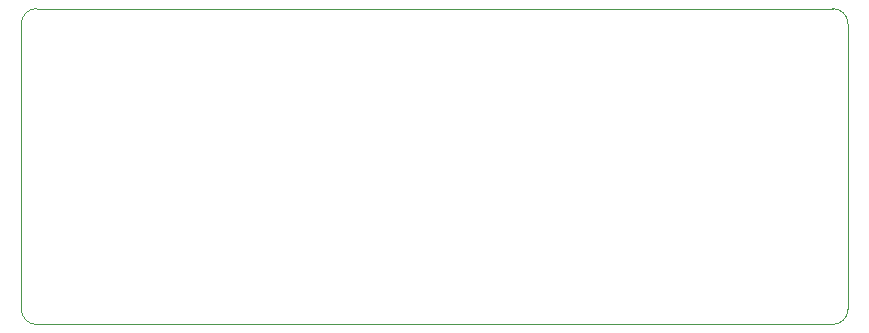
<source format=gm1>
G04 #@! TF.GenerationSoftware,KiCad,Pcbnew,7.0.7+dfsg-1*
G04 #@! TF.CreationDate,2023-09-19T15:44:58+10:00*
G04 #@! TF.ProjectId,fan-controller,66616e2d-636f-46e7-9472-6f6c6c65722e,rev?*
G04 #@! TF.SameCoordinates,Original*
G04 #@! TF.FileFunction,Profile,NP*
%FSLAX46Y46*%
G04 Gerber Fmt 4.6, Leading zero omitted, Abs format (unit mm)*
G04 Created by KiCad (PCBNEW 7.0.7+dfsg-1) date 2023-09-19 15:44:58*
%MOMM*%
%LPD*%
G01*
G04 APERTURE LIST*
G04 #@! TA.AperFunction,Profile*
%ADD10C,0.100000*%
G04 #@! TD*
G04 APERTURE END LIST*
D10*
X168700000Y-126750000D02*
G75*
G03*
X170000000Y-125450000I0J1300000D01*
G01*
X100000000Y-101300000D02*
X100000000Y-125450000D01*
X101300000Y-100000000D02*
G75*
G03*
X100000000Y-101300000I0J-1300000D01*
G01*
X168700000Y-100000000D02*
X101300000Y-100000000D01*
X170000000Y-101300000D02*
G75*
G03*
X168700000Y-100000000I-1300000J0D01*
G01*
X101300000Y-126750000D02*
X168700000Y-126750000D01*
X170000000Y-125450000D02*
X170000000Y-101300000D01*
X100000000Y-125450000D02*
G75*
G03*
X101300000Y-126750000I1300000J0D01*
G01*
M02*

</source>
